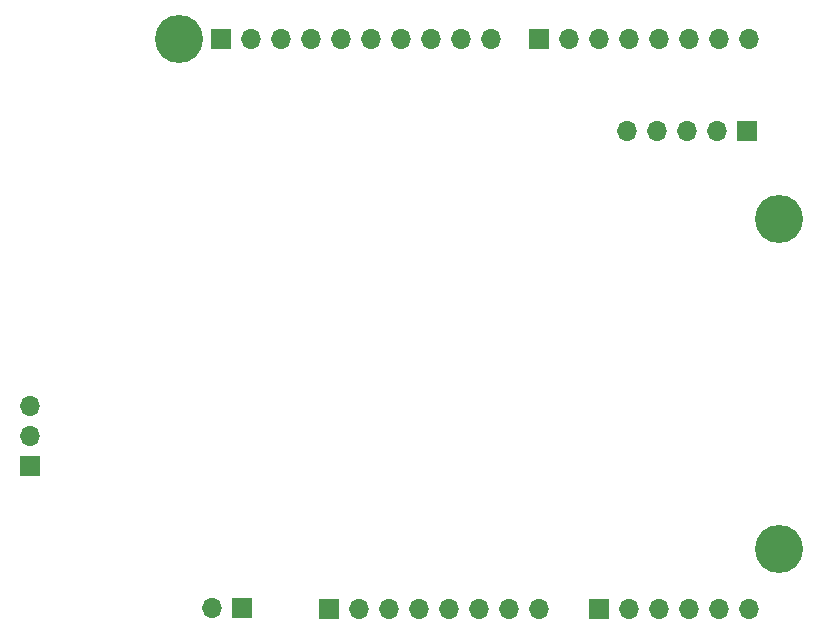
<source format=gbr>
%TF.GenerationSoftware,KiCad,Pcbnew,(5.1.10)-1*%
%TF.CreationDate,2023-02-13T10:48:01+08:00*%
%TF.ProjectId,my_foc_power_shield,6d795f66-6f63-45f7-906f-7765725f7368,rev?*%
%TF.SameCoordinates,Original*%
%TF.FileFunction,Soldermask,Bot*%
%TF.FilePolarity,Negative*%
%FSLAX46Y46*%
G04 Gerber Fmt 4.6, Leading zero omitted, Abs format (unit mm)*
G04 Created by KiCad (PCBNEW (5.1.10)-1) date 2023-02-13 10:48:01*
%MOMM*%
%LPD*%
G01*
G04 APERTURE LIST*
%ADD10R,1.700000X1.700000*%
%ADD11O,1.700000X1.700000*%
%ADD12C,4.064000*%
G04 APERTURE END LIST*
D10*
%TO.C,U8*%
X113598000Y-111765000D03*
D11*
X113598000Y-109225000D03*
X113598000Y-106685000D03*
%TD*%
%TO.C,P3*%
X152654000Y-75565000D03*
X150114000Y-75565000D03*
X147574000Y-75565000D03*
X145034000Y-75565000D03*
X142494000Y-75565000D03*
X139954000Y-75565000D03*
X137414000Y-75565000D03*
X134874000Y-75565000D03*
X132334000Y-75565000D03*
D10*
X129794000Y-75565000D03*
%TD*%
D11*
%TO.C,P1*%
X156718000Y-123825000D03*
X154178000Y-123825000D03*
X151638000Y-123825000D03*
X149098000Y-123825000D03*
X146558000Y-123825000D03*
X144018000Y-123825000D03*
X141478000Y-123825000D03*
D10*
X138938000Y-123825000D03*
%TD*%
D11*
%TO.C,P4*%
X174498000Y-75565000D03*
X171958000Y-75565000D03*
X169418000Y-75565000D03*
X166878000Y-75565000D03*
X164338000Y-75565000D03*
X161798000Y-75565000D03*
X159258000Y-75565000D03*
D10*
X156718000Y-75565000D03*
%TD*%
D11*
%TO.C,P2*%
X174498000Y-123825000D03*
X171958000Y-123825000D03*
X169418000Y-123825000D03*
X166878000Y-123825000D03*
X164338000Y-123825000D03*
D10*
X161798000Y-123825000D03*
%TD*%
D12*
%TO.C,P6*%
X177038000Y-118745000D03*
%TD*%
%TO.C,P7*%
X126238000Y-75565000D03*
%TD*%
%TO.C,P8*%
X177038000Y-90805000D03*
%TD*%
D10*
%TO.C,BT1*%
X131598000Y-123765000D03*
D11*
X129058000Y-123765000D03*
%TD*%
D10*
%TO.C,J3*%
X174298000Y-83365000D03*
D11*
X171758000Y-83365000D03*
X169218000Y-83365000D03*
X166678000Y-83365000D03*
X164138000Y-83365000D03*
%TD*%
M02*

</source>
